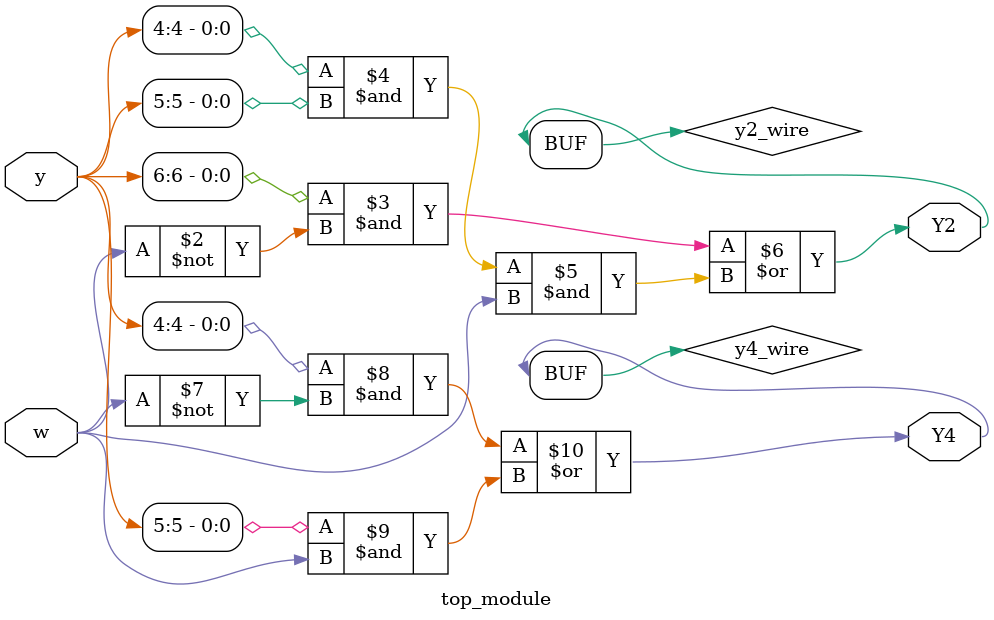
<source format=sv>
module top_module (
    input [6:1] y,
    input w,
    output Y2,
    output Y4
);

    // Declare intermediate signals
    reg y2_wire;
    reg y4_wire;
    
    always @(*)
    begin
        // Logic equations for Y2 and Y4
        y2_wire = (y[6] & ~w) | (y[4] & y[5] & w);
        y4_wire = (y[4] & ~w) | (y[5] & w);
    end
    
    assign Y2 = y2_wire;
    assign Y4 = y4_wire;
    
endmodule

</source>
